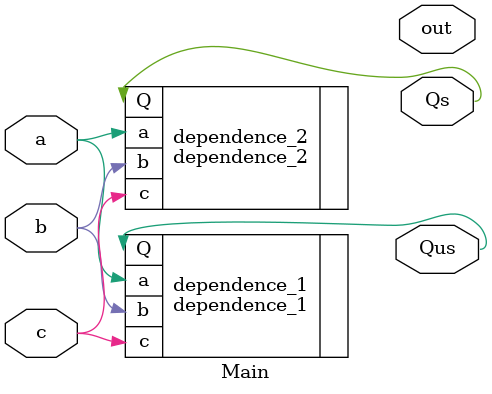
<source format=v>

/* 
 * CN: 如果使用`include "head_1.v" 则模块 dependence_1 使用的应该是 head_1.v 文件中的，
 *     而不会调用child_1.v中的 dependence_1 同名模块。
 * EN: 
 */

`include "child_1.v"
`define main_o out
module Main(
    input a, b, c,
    output Qus, Qs, `main_o
); 

dependence_1 dependence_1(
    .a(a),
    .b(b),
    .c(c),
    .Q(Qus)
);

dependence_2 dependence_2(
    .a(a),
    .b(b),
    .c(c),
    .Q(Qs)
);

endmodule
</source>
